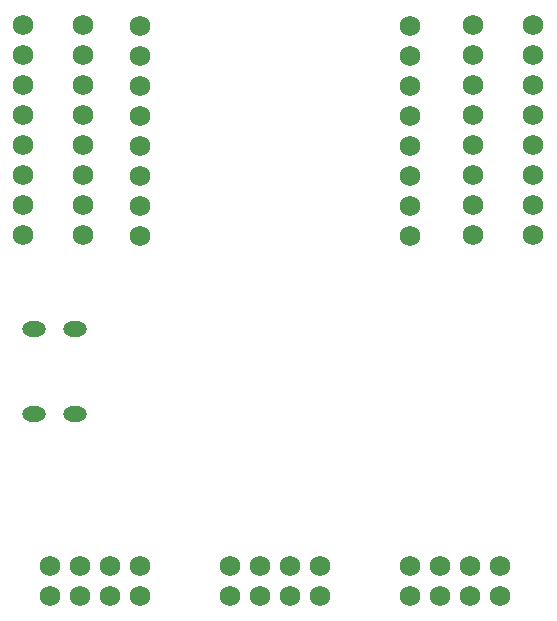
<source format=gbs>
G04*
G04 #@! TF.GenerationSoftware,Altium Limited,Altium Designer,20.0.9 (164)*
G04*
G04 Layer_Color=16711935*
%FSLAX25Y25*%
%MOIN*%
G70*
G01*
G75*
%ADD13C,0.06800*%
%ADD14O,0.07887X0.05131*%
D13*
X530000Y390000D02*
D03*
Y370000D02*
D03*
Y360000D02*
D03*
Y380000D02*
D03*
Y330000D02*
D03*
Y340000D02*
D03*
Y350000D02*
D03*
Y320000D02*
D03*
X440000D02*
D03*
Y330000D02*
D03*
Y350000D02*
D03*
Y340000D02*
D03*
Y370000D02*
D03*
Y360000D02*
D03*
Y390000D02*
D03*
Y380000D02*
D03*
X550992Y320298D02*
D03*
Y330298D02*
D03*
Y350298D02*
D03*
Y340298D02*
D03*
Y370298D02*
D03*
X550992Y360298D02*
D03*
X550992Y390298D02*
D03*
Y380298D02*
D03*
X570992Y320298D02*
D03*
Y330298D02*
D03*
X570992Y350298D02*
D03*
X570992Y340298D02*
D03*
Y370298D02*
D03*
Y360298D02*
D03*
Y390298D02*
D03*
Y380298D02*
D03*
X420992Y390298D02*
D03*
Y380298D02*
D03*
Y360298D02*
D03*
Y370298D02*
D03*
Y340298D02*
D03*
Y350298D02*
D03*
X420992Y320298D02*
D03*
X420992Y330298D02*
D03*
X400992Y390298D02*
D03*
Y380298D02*
D03*
Y360298D02*
D03*
Y370298D02*
D03*
Y340298D02*
D03*
Y350298D02*
D03*
Y320298D02*
D03*
X400992Y330298D02*
D03*
X500000Y200000D02*
D03*
Y210000D02*
D03*
X490000Y210000D02*
D03*
Y200000D02*
D03*
X480000Y210000D02*
D03*
Y200000D02*
D03*
X470000Y210000D02*
D03*
X470000Y200000D02*
D03*
X560000D02*
D03*
Y210000D02*
D03*
X550000Y210000D02*
D03*
Y200000D02*
D03*
X540000Y210000D02*
D03*
Y200000D02*
D03*
X530000Y210000D02*
D03*
X530000Y200000D02*
D03*
X440000D02*
D03*
Y210000D02*
D03*
X430000Y210000D02*
D03*
Y200000D02*
D03*
X420000Y210000D02*
D03*
Y200000D02*
D03*
X410000Y210000D02*
D03*
X410000Y200000D02*
D03*
D14*
X404488Y260807D02*
D03*
Y288957D02*
D03*
X418150Y260807D02*
D03*
Y288957D02*
D03*
M02*

</source>
